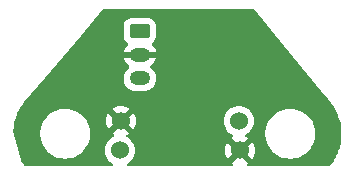
<source format=gbr>
%TF.GenerationSoftware,KiCad,Pcbnew,(6.0.11)*%
%TF.CreationDate,2023-01-29T21:23:29-06:00*%
%TF.ProjectId,Tap_Photosensor_PCB,5461705f-5068-46f7-946f-73656e736f72,rev?*%
%TF.SameCoordinates,Original*%
%TF.FileFunction,Copper,L2,Bot*%
%TF.FilePolarity,Positive*%
%FSLAX46Y46*%
G04 Gerber Fmt 4.6, Leading zero omitted, Abs format (unit mm)*
G04 Created by KiCad (PCBNEW (6.0.11)) date 2023-01-29 21:23:29*
%MOMM*%
%LPD*%
G01*
G04 APERTURE LIST*
G04 Aperture macros list*
%AMRoundRect*
0 Rectangle with rounded corners*
0 $1 Rounding radius*
0 $2 $3 $4 $5 $6 $7 $8 $9 X,Y pos of 4 corners*
0 Add a 4 corners polygon primitive as box body*
4,1,4,$2,$3,$4,$5,$6,$7,$8,$9,$2,$3,0*
0 Add four circle primitives for the rounded corners*
1,1,$1+$1,$2,$3*
1,1,$1+$1,$4,$5*
1,1,$1+$1,$6,$7*
1,1,$1+$1,$8,$9*
0 Add four rect primitives between the rounded corners*
20,1,$1+$1,$2,$3,$4,$5,0*
20,1,$1+$1,$4,$5,$6,$7,0*
20,1,$1+$1,$6,$7,$8,$9,0*
20,1,$1+$1,$8,$9,$2,$3,0*%
G04 Aperture macros list end*
%TA.AperFunction,ComponentPad*%
%ADD10RoundRect,0.250000X-0.625000X0.350000X-0.625000X-0.350000X0.625000X-0.350000X0.625000X0.350000X0*%
%TD*%
%TA.AperFunction,ComponentPad*%
%ADD11O,1.750000X1.200000*%
%TD*%
%TA.AperFunction,ComponentPad*%
%ADD12C,1.524000*%
%TD*%
%TA.AperFunction,ViaPad*%
%ADD13C,0.800000*%
%TD*%
G04 APERTURE END LIST*
D10*
%TO.P,J1,1,Pin_1*%
%TO.N,Vin*%
X109200000Y-56800000D03*
D11*
%TO.P,J1,2,Pin_2*%
%TO.N,GND*%
X109200000Y-58800000D03*
%TO.P,J1,3,Pin_3*%
%TO.N,SIG*%
X109200000Y-60800000D03*
%TD*%
D12*
%TO.P,U3,1,Anode*%
%TO.N,/current limit u3 led*%
X117580000Y-64420000D03*
%TO.P,U3,2,Cathode*%
%TO.N,GND*%
X117660000Y-66920000D03*
%TO.P,U3,3,Collector*%
%TO.N,SIG*%
X107500000Y-66920000D03*
%TO.P,U3,4,Emitter*%
%TO.N,GND*%
X107580000Y-64420000D03*
%TD*%
D13*
%TO.N,GND*%
X105000000Y-57200000D03*
X111750000Y-64000000D03*
X115500000Y-64500000D03*
X115500000Y-66000000D03*
X106000000Y-61000000D03*
X119500000Y-62500000D03*
X111750000Y-61750000D03*
X105000000Y-61800000D03*
X111750000Y-66750000D03*
X107000000Y-61000000D03*
X106200000Y-62200000D03*
X115250000Y-59750000D03*
X124250000Y-62500000D03*
X105400000Y-60200000D03*
%TD*%
%TA.AperFunction,Conductor*%
%TO.N,GND*%
G36*
X118843119Y-54953502D02*
G01*
X118872378Y-54979543D01*
X121408740Y-58068575D01*
X124561596Y-61908434D01*
X125087879Y-62549394D01*
X125094921Y-62558839D01*
X125119300Y-62594943D01*
X125134680Y-62607698D01*
X125150479Y-62623351D01*
X125344314Y-62852732D01*
X125381160Y-62896335D01*
X125388335Y-62905679D01*
X125432557Y-62969214D01*
X125609585Y-63223555D01*
X125615856Y-63233529D01*
X125736484Y-63446917D01*
X125799823Y-63558962D01*
X125806445Y-63570677D01*
X125811757Y-63581192D01*
X125943091Y-63874527D01*
X125970028Y-63934690D01*
X125974334Y-63945657D01*
X126093841Y-64297521D01*
X126098882Y-64312364D01*
X126102146Y-64323686D01*
X126191898Y-64700438D01*
X126194090Y-64712014D01*
X126248259Y-65095512D01*
X126249359Y-65107244D01*
X126267467Y-65494109D01*
X126267467Y-65505891D01*
X126249359Y-65892756D01*
X126248259Y-65904488D01*
X126194090Y-66287986D01*
X126191898Y-66299562D01*
X126102146Y-66676314D01*
X126098883Y-66687631D01*
X126058744Y-66805813D01*
X125974334Y-67054342D01*
X125970029Y-67065308D01*
X125934392Y-67144904D01*
X125811758Y-67418806D01*
X125806446Y-67429322D01*
X125780686Y-67474890D01*
X125615856Y-67766471D01*
X125609585Y-67776445D01*
X125523493Y-67900136D01*
X125445433Y-68012287D01*
X125388336Y-68094319D01*
X125381159Y-68103665D01*
X125302434Y-68196826D01*
X125243188Y-68235947D01*
X125206195Y-68241500D01*
X118386500Y-68241500D01*
X118318379Y-68221498D01*
X118271886Y-68167842D01*
X118261782Y-68097568D01*
X118291276Y-68032988D01*
X118314230Y-68012287D01*
X118345764Y-67990207D01*
X118354139Y-67979729D01*
X118347071Y-67966281D01*
X117672812Y-67292022D01*
X117658868Y-67284408D01*
X117657035Y-67284539D01*
X117650420Y-67288790D01*
X116972207Y-67967003D01*
X116965777Y-67978777D01*
X116975074Y-67990793D01*
X117005770Y-68012287D01*
X117050099Y-68067744D01*
X117057408Y-68138363D01*
X117025378Y-68201724D01*
X116964176Y-68237709D01*
X116933500Y-68241500D01*
X108227373Y-68241500D01*
X108159252Y-68221498D01*
X108112759Y-68167842D01*
X108102655Y-68097568D01*
X108132149Y-68032988D01*
X108155102Y-68012287D01*
X108315270Y-67900136D01*
X108315273Y-67900134D01*
X108319781Y-67896977D01*
X108476977Y-67739781D01*
X108484003Y-67729748D01*
X108601331Y-67562185D01*
X108601332Y-67562183D01*
X108604488Y-67557676D01*
X108606811Y-67552694D01*
X108606814Y-67552689D01*
X108696117Y-67361178D01*
X108696118Y-67361177D01*
X108698440Y-67356196D01*
X108755978Y-67141463D01*
X108774874Y-66925475D01*
X116385628Y-66925475D01*
X116404038Y-67135896D01*
X116405941Y-67146691D01*
X116460609Y-67350715D01*
X116464355Y-67361007D01*
X116553623Y-67552441D01*
X116559103Y-67561932D01*
X116589794Y-67605765D01*
X116600271Y-67614140D01*
X116613718Y-67607072D01*
X117287978Y-66932812D01*
X117294356Y-66921132D01*
X118024408Y-66921132D01*
X118024539Y-66922965D01*
X118028790Y-66929580D01*
X118707003Y-67607793D01*
X118718777Y-67614223D01*
X118730793Y-67604926D01*
X118760897Y-67561932D01*
X118766377Y-67552441D01*
X118855645Y-67361007D01*
X118859391Y-67350715D01*
X118914059Y-67146691D01*
X118915962Y-67135896D01*
X118934372Y-66925475D01*
X118934372Y-66914525D01*
X118915962Y-66704104D01*
X118914059Y-66693309D01*
X118859391Y-66489285D01*
X118855645Y-66478993D01*
X118766377Y-66287559D01*
X118760897Y-66278068D01*
X118730206Y-66234235D01*
X118719729Y-66225860D01*
X118706282Y-66232928D01*
X118032022Y-66907188D01*
X118024408Y-66921132D01*
X117294356Y-66921132D01*
X117295592Y-66918868D01*
X117295461Y-66917035D01*
X117291210Y-66910420D01*
X116612997Y-66232207D01*
X116601223Y-66225777D01*
X116589207Y-66235074D01*
X116559103Y-66278068D01*
X116553623Y-66287559D01*
X116464355Y-66478993D01*
X116460609Y-66489285D01*
X116405941Y-66693309D01*
X116404038Y-66704104D01*
X116385628Y-66914525D01*
X116385628Y-66925475D01*
X108774874Y-66925475D01*
X108775353Y-66920000D01*
X108755978Y-66698537D01*
X108698440Y-66483804D01*
X108685253Y-66455524D01*
X108606814Y-66287311D01*
X108606811Y-66287306D01*
X108604488Y-66282324D01*
X108601331Y-66277815D01*
X108480136Y-66104730D01*
X108480134Y-66104727D01*
X108476977Y-66100219D01*
X108319781Y-65943023D01*
X108315273Y-65939866D01*
X108315270Y-65939864D01*
X108239505Y-65886813D01*
X108137677Y-65815512D01*
X108123338Y-65808826D01*
X108109924Y-65802570D01*
X108056640Y-65755652D01*
X108037180Y-65687375D01*
X108057723Y-65619415D01*
X108109926Y-65574181D01*
X108212445Y-65526376D01*
X108221931Y-65520898D01*
X108265764Y-65490207D01*
X108274139Y-65479729D01*
X108267071Y-65466281D01*
X107592812Y-64792022D01*
X107578868Y-64784408D01*
X107577035Y-64784539D01*
X107570420Y-64788790D01*
X106892207Y-65467003D01*
X106885777Y-65478777D01*
X106895074Y-65490793D01*
X106938069Y-65520898D01*
X106947555Y-65526376D01*
X106970075Y-65536877D01*
X107023360Y-65583795D01*
X107042821Y-65652072D01*
X107022279Y-65720032D01*
X106970076Y-65765266D01*
X106968891Y-65765819D01*
X106867311Y-65813186D01*
X106867306Y-65813189D01*
X106862324Y-65815512D01*
X106857817Y-65818668D01*
X106857815Y-65818669D01*
X106684730Y-65939864D01*
X106684727Y-65939866D01*
X106680219Y-65943023D01*
X106523023Y-66100219D01*
X106519866Y-66104727D01*
X106519864Y-66104730D01*
X106398669Y-66277815D01*
X106395512Y-66282324D01*
X106393189Y-66287306D01*
X106393186Y-66287311D01*
X106314747Y-66455524D01*
X106301560Y-66483804D01*
X106244022Y-66698537D01*
X106224647Y-66920000D01*
X106244022Y-67141463D01*
X106301560Y-67356196D01*
X106303882Y-67361177D01*
X106303883Y-67361178D01*
X106393186Y-67552689D01*
X106393189Y-67552694D01*
X106395512Y-67557676D01*
X106398668Y-67562183D01*
X106398669Y-67562185D01*
X106515998Y-67729748D01*
X106523023Y-67739781D01*
X106680219Y-67896977D01*
X106684727Y-67900134D01*
X106684730Y-67900136D01*
X106844898Y-68012287D01*
X106889226Y-68067744D01*
X106896535Y-68138364D01*
X106864504Y-68201724D01*
X106803303Y-68237709D01*
X106772627Y-68241500D01*
X99540622Y-68241500D01*
X99472501Y-68221498D01*
X99445071Y-68197634D01*
X99394123Y-68138364D01*
X99375896Y-68117159D01*
X99368953Y-68108311D01*
X99365632Y-68103665D01*
X99261506Y-67958024D01*
X99154058Y-67807737D01*
X99147928Y-67798299D01*
X99126315Y-67761525D01*
X99113092Y-67729748D01*
X98715745Y-66219830D01*
X98561238Y-65632703D01*
X100760743Y-65632703D01*
X100798268Y-65917734D01*
X100874129Y-66195036D01*
X100986923Y-66459476D01*
X101134561Y-66706161D01*
X101314313Y-66930528D01*
X101522851Y-67128423D01*
X101545787Y-67144904D01*
X101740109Y-67284539D01*
X101756317Y-67296186D01*
X101760112Y-67298195D01*
X101760113Y-67298196D01*
X101781869Y-67309715D01*
X102010392Y-67430712D01*
X102280373Y-67529511D01*
X102561264Y-67590755D01*
X102589841Y-67593004D01*
X102784282Y-67608307D01*
X102784291Y-67608307D01*
X102786739Y-67608500D01*
X102942271Y-67608500D01*
X102944407Y-67608354D01*
X102944418Y-67608354D01*
X103152548Y-67594165D01*
X103152554Y-67594164D01*
X103156825Y-67593873D01*
X103161020Y-67593004D01*
X103161022Y-67593004D01*
X103297583Y-67564724D01*
X103438342Y-67535574D01*
X103709343Y-67439607D01*
X103964812Y-67307750D01*
X103968313Y-67305289D01*
X103968317Y-67305287D01*
X104096961Y-67214874D01*
X104200023Y-67142441D01*
X104410622Y-66946740D01*
X104592713Y-66724268D01*
X104742927Y-66479142D01*
X104775140Y-66405760D01*
X104856757Y-66219830D01*
X104858483Y-66215898D01*
X104937244Y-65939406D01*
X104971977Y-65695353D01*
X104977146Y-65659036D01*
X104977146Y-65659034D01*
X104977751Y-65654784D01*
X104977805Y-65644647D01*
X104979235Y-65371583D01*
X104979235Y-65371576D01*
X104979257Y-65367297D01*
X104941732Y-65082266D01*
X104936239Y-65062185D01*
X104881249Y-64861178D01*
X104865871Y-64804964D01*
X104798398Y-64646776D01*
X104754763Y-64544476D01*
X104754761Y-64544472D01*
X104753077Y-64540524D01*
X104684222Y-64425475D01*
X106305628Y-64425475D01*
X106324038Y-64635896D01*
X106325941Y-64646691D01*
X106380609Y-64850715D01*
X106384355Y-64861007D01*
X106473623Y-65052441D01*
X106479103Y-65061932D01*
X106509794Y-65105765D01*
X106520271Y-65114140D01*
X106533718Y-65107072D01*
X107207978Y-64432812D01*
X107214356Y-64421132D01*
X107944408Y-64421132D01*
X107944539Y-64422965D01*
X107948790Y-64429580D01*
X108627003Y-65107793D01*
X108638777Y-65114223D01*
X108650793Y-65104926D01*
X108680897Y-65061932D01*
X108686377Y-65052441D01*
X108775645Y-64861007D01*
X108779391Y-64850715D01*
X108834059Y-64646691D01*
X108835962Y-64635896D01*
X108854372Y-64425475D01*
X108854372Y-64420000D01*
X116304647Y-64420000D01*
X116324022Y-64641463D01*
X116381560Y-64856196D01*
X116383882Y-64861177D01*
X116383883Y-64861178D01*
X116473186Y-65052689D01*
X116473189Y-65052694D01*
X116475512Y-65057676D01*
X116478668Y-65062183D01*
X116478669Y-65062185D01*
X116515107Y-65114223D01*
X116603023Y-65239781D01*
X116760219Y-65396977D01*
X116764727Y-65400134D01*
X116764730Y-65400136D01*
X116840495Y-65453187D01*
X116942323Y-65524488D01*
X116947308Y-65526813D01*
X116947314Y-65526816D01*
X117050074Y-65574733D01*
X117103360Y-65621650D01*
X117122821Y-65689927D01*
X117102279Y-65757887D01*
X117050077Y-65803122D01*
X117027560Y-65813622D01*
X117018068Y-65819103D01*
X116974235Y-65849794D01*
X116965860Y-65860271D01*
X116972928Y-65873718D01*
X117647188Y-66547978D01*
X117661132Y-66555592D01*
X117662965Y-66555461D01*
X117669580Y-66551210D01*
X118347793Y-65872997D01*
X118354223Y-65861223D01*
X118344926Y-65849207D01*
X118301931Y-65819102D01*
X118292445Y-65813624D01*
X118189926Y-65765819D01*
X118136641Y-65718902D01*
X118117180Y-65650624D01*
X118122597Y-65632703D01*
X119820743Y-65632703D01*
X119858268Y-65917734D01*
X119934129Y-66195036D01*
X120046923Y-66459476D01*
X120194561Y-66706161D01*
X120374313Y-66930528D01*
X120582851Y-67128423D01*
X120605787Y-67144904D01*
X120800109Y-67284539D01*
X120816317Y-67296186D01*
X120820112Y-67298195D01*
X120820113Y-67298196D01*
X120841869Y-67309715D01*
X121070392Y-67430712D01*
X121340373Y-67529511D01*
X121621264Y-67590755D01*
X121649841Y-67593004D01*
X121844282Y-67608307D01*
X121844291Y-67608307D01*
X121846739Y-67608500D01*
X122002271Y-67608500D01*
X122004407Y-67608354D01*
X122004418Y-67608354D01*
X122212548Y-67594165D01*
X122212554Y-67594164D01*
X122216825Y-67593873D01*
X122221020Y-67593004D01*
X122221022Y-67593004D01*
X122357583Y-67564724D01*
X122498342Y-67535574D01*
X122769343Y-67439607D01*
X123024812Y-67307750D01*
X123028313Y-67305289D01*
X123028317Y-67305287D01*
X123156961Y-67214874D01*
X123260023Y-67142441D01*
X123470622Y-66946740D01*
X123652713Y-66724268D01*
X123802927Y-66479142D01*
X123835140Y-66405760D01*
X123916757Y-66219830D01*
X123918483Y-66215898D01*
X123997244Y-65939406D01*
X124031977Y-65695353D01*
X124037146Y-65659036D01*
X124037146Y-65659034D01*
X124037751Y-65654784D01*
X124037805Y-65644647D01*
X124039235Y-65371583D01*
X124039235Y-65371576D01*
X124039257Y-65367297D01*
X124001732Y-65082266D01*
X123996239Y-65062185D01*
X123941249Y-64861178D01*
X123925871Y-64804964D01*
X123858398Y-64646776D01*
X123814763Y-64544476D01*
X123814761Y-64544472D01*
X123813077Y-64540524D01*
X123665439Y-64293839D01*
X123485687Y-64069472D01*
X123277149Y-63871577D01*
X123043683Y-63703814D01*
X123021843Y-63692250D01*
X122998654Y-63679972D01*
X122789608Y-63569288D01*
X122519627Y-63470489D01*
X122238736Y-63409245D01*
X122207685Y-63406801D01*
X122015718Y-63391693D01*
X122015709Y-63391693D01*
X122013261Y-63391500D01*
X121857729Y-63391500D01*
X121855593Y-63391646D01*
X121855582Y-63391646D01*
X121647452Y-63405835D01*
X121647446Y-63405836D01*
X121643175Y-63406127D01*
X121638980Y-63406996D01*
X121638978Y-63406996D01*
X121502416Y-63435277D01*
X121361658Y-63464426D01*
X121090657Y-63560393D01*
X120835188Y-63692250D01*
X120831687Y-63694711D01*
X120831683Y-63694713D01*
X120720314Y-63772985D01*
X120599977Y-63857559D01*
X120389378Y-64053260D01*
X120207287Y-64275732D01*
X120057073Y-64520858D01*
X119941517Y-64784102D01*
X119940342Y-64788229D01*
X119940341Y-64788230D01*
X119910920Y-64891513D01*
X119862756Y-65060594D01*
X119822249Y-65345216D01*
X119822227Y-65349505D01*
X119822226Y-65349512D01*
X119820765Y-65628417D01*
X119820743Y-65632703D01*
X118122597Y-65632703D01*
X118137722Y-65582665D01*
X118189924Y-65537430D01*
X118203338Y-65531174D01*
X118217677Y-65524488D01*
X118319505Y-65453187D01*
X118395270Y-65400136D01*
X118395273Y-65400134D01*
X118399781Y-65396977D01*
X118556977Y-65239781D01*
X118644894Y-65114223D01*
X118681331Y-65062185D01*
X118681332Y-65062183D01*
X118684488Y-65057676D01*
X118686811Y-65052694D01*
X118686814Y-65052689D01*
X118776117Y-64861178D01*
X118776118Y-64861177D01*
X118778440Y-64856196D01*
X118835978Y-64641463D01*
X118855353Y-64420000D01*
X118835978Y-64198537D01*
X118778440Y-63983804D01*
X118726108Y-63871577D01*
X118686814Y-63787311D01*
X118686811Y-63787306D01*
X118684488Y-63782324D01*
X118677949Y-63772985D01*
X118560136Y-63604730D01*
X118560134Y-63604727D01*
X118556977Y-63600219D01*
X118399781Y-63443023D01*
X118395273Y-63439866D01*
X118395270Y-63439864D01*
X118319505Y-63386813D01*
X118217677Y-63315512D01*
X118212695Y-63313189D01*
X118212690Y-63313186D01*
X118021178Y-63223883D01*
X118021177Y-63223882D01*
X118016196Y-63221560D01*
X118010888Y-63220138D01*
X118010886Y-63220137D01*
X117945051Y-63202497D01*
X117801463Y-63164022D01*
X117580000Y-63144647D01*
X117358537Y-63164022D01*
X117214949Y-63202497D01*
X117149114Y-63220137D01*
X117149112Y-63220138D01*
X117143804Y-63221560D01*
X117138823Y-63223882D01*
X117138822Y-63223883D01*
X116947311Y-63313186D01*
X116947306Y-63313189D01*
X116942324Y-63315512D01*
X116937817Y-63318668D01*
X116937815Y-63318669D01*
X116764730Y-63439864D01*
X116764727Y-63439866D01*
X116760219Y-63443023D01*
X116603023Y-63600219D01*
X116599866Y-63604727D01*
X116599864Y-63604730D01*
X116482051Y-63772985D01*
X116475512Y-63782324D01*
X116473189Y-63787306D01*
X116473186Y-63787311D01*
X116433892Y-63871577D01*
X116381560Y-63983804D01*
X116324022Y-64198537D01*
X116304647Y-64420000D01*
X108854372Y-64420000D01*
X108854372Y-64414525D01*
X108835962Y-64204104D01*
X108834059Y-64193309D01*
X108779391Y-63989285D01*
X108775645Y-63978993D01*
X108686377Y-63787559D01*
X108680897Y-63778068D01*
X108650206Y-63734235D01*
X108639729Y-63725860D01*
X108626282Y-63732928D01*
X107952022Y-64407188D01*
X107944408Y-64421132D01*
X107214356Y-64421132D01*
X107215592Y-64418868D01*
X107215461Y-64417035D01*
X107211210Y-64410420D01*
X106532997Y-63732207D01*
X106521223Y-63725777D01*
X106509207Y-63735074D01*
X106479103Y-63778068D01*
X106473623Y-63787559D01*
X106384355Y-63978993D01*
X106380609Y-63989285D01*
X106325941Y-64193309D01*
X106324038Y-64204104D01*
X106305628Y-64414525D01*
X106305628Y-64425475D01*
X104684222Y-64425475D01*
X104605439Y-64293839D01*
X104425687Y-64069472D01*
X104217149Y-63871577D01*
X103983683Y-63703814D01*
X103961843Y-63692250D01*
X103938654Y-63679972D01*
X103729608Y-63569288D01*
X103459627Y-63470489D01*
X103178736Y-63409245D01*
X103147685Y-63406801D01*
X102955718Y-63391693D01*
X102955709Y-63391693D01*
X102953261Y-63391500D01*
X102797729Y-63391500D01*
X102795593Y-63391646D01*
X102795582Y-63391646D01*
X102587452Y-63405835D01*
X102587446Y-63405836D01*
X102583175Y-63406127D01*
X102578980Y-63406996D01*
X102578978Y-63406996D01*
X102442416Y-63435277D01*
X102301658Y-63464426D01*
X102030657Y-63560393D01*
X101775188Y-63692250D01*
X101771687Y-63694711D01*
X101771683Y-63694713D01*
X101660314Y-63772985D01*
X101539977Y-63857559D01*
X101329378Y-64053260D01*
X101147287Y-64275732D01*
X100997073Y-64520858D01*
X100881517Y-64784102D01*
X100880342Y-64788229D01*
X100880341Y-64788230D01*
X100850920Y-64891513D01*
X100802756Y-65060594D01*
X100762249Y-65345216D01*
X100762227Y-65349505D01*
X100762226Y-65349512D01*
X100760765Y-65628417D01*
X100760743Y-65632703D01*
X98561238Y-65632703D01*
X98473172Y-65298053D01*
X98469580Y-65254160D01*
X98503250Y-64897131D01*
X98504805Y-64885986D01*
X98539216Y-64700438D01*
X98572185Y-64522665D01*
X98574724Y-64511721D01*
X98674253Y-64155856D01*
X98677757Y-64145189D01*
X98808636Y-63799627D01*
X98813086Y-63789298D01*
X98814050Y-63787311D01*
X98974267Y-63456810D01*
X98979621Y-63446917D01*
X99003591Y-63406996D01*
X99031646Y-63360271D01*
X106885860Y-63360271D01*
X106892928Y-63373718D01*
X107567188Y-64047978D01*
X107581132Y-64055592D01*
X107582965Y-64055461D01*
X107589580Y-64051210D01*
X108267793Y-63372997D01*
X108274223Y-63361223D01*
X108264926Y-63349207D01*
X108221931Y-63319102D01*
X108212445Y-63313624D01*
X108021007Y-63224355D01*
X108010715Y-63220609D01*
X107806691Y-63165941D01*
X107795896Y-63164038D01*
X107585475Y-63145628D01*
X107574525Y-63145628D01*
X107364104Y-63164038D01*
X107353309Y-63165941D01*
X107149285Y-63220609D01*
X107138993Y-63224355D01*
X106947559Y-63313623D01*
X106938068Y-63319103D01*
X106894235Y-63349794D01*
X106885860Y-63360271D01*
X99031646Y-63360271D01*
X99169834Y-63130120D01*
X99176040Y-63120759D01*
X99371494Y-62852728D01*
X99388194Y-62834055D01*
X99390585Y-62831865D01*
X99390586Y-62831864D01*
X99397205Y-62825801D01*
X99408622Y-62806956D01*
X99420447Y-62790568D01*
X101161516Y-60745604D01*
X107812787Y-60745604D01*
X107822567Y-60956899D01*
X107872125Y-61162534D01*
X107874607Y-61167992D01*
X107874608Y-61167996D01*
X107918053Y-61263546D01*
X107959674Y-61355087D01*
X108082054Y-61527611D01*
X108234850Y-61673881D01*
X108412548Y-61788620D01*
X108418114Y-61790863D01*
X108603168Y-61865442D01*
X108603171Y-61865443D01*
X108608737Y-61867686D01*
X108816337Y-61908228D01*
X108821899Y-61908500D01*
X109527846Y-61908500D01*
X109685566Y-61893452D01*
X109888534Y-61833908D01*
X109972111Y-61790863D01*
X110071249Y-61739804D01*
X110071252Y-61739802D01*
X110076580Y-61737058D01*
X110242920Y-61606396D01*
X110246852Y-61601865D01*
X110246855Y-61601862D01*
X110377621Y-61451167D01*
X110381552Y-61446637D01*
X110384552Y-61441451D01*
X110384555Y-61441447D01*
X110484467Y-61268742D01*
X110487473Y-61263546D01*
X110556861Y-61063729D01*
X110587213Y-60854396D01*
X110577433Y-60643101D01*
X110527875Y-60437466D01*
X110484525Y-60342122D01*
X110442806Y-60250368D01*
X110440326Y-60244913D01*
X110317946Y-60072389D01*
X110165150Y-59926119D01*
X110160119Y-59922870D01*
X110160112Y-59922865D01*
X110132393Y-59904967D01*
X110086016Y-59851211D01*
X110076063Y-59780915D01*
X110105696Y-59716398D01*
X110122909Y-59700030D01*
X110237857Y-59609738D01*
X110246506Y-59601501D01*
X110377212Y-59450877D01*
X110384147Y-59441153D01*
X110484010Y-59268533D01*
X110488984Y-59257669D01*
X110554407Y-59069273D01*
X110554648Y-59068284D01*
X110553180Y-59057992D01*
X110539615Y-59054000D01*
X107864598Y-59054000D01*
X107851067Y-59057973D01*
X107849712Y-59067399D01*
X107871194Y-59156537D01*
X107875083Y-59167832D01*
X107957629Y-59349382D01*
X107963576Y-59359724D01*
X108078968Y-59522397D01*
X108086761Y-59531425D01*
X108230831Y-59669342D01*
X108240200Y-59676741D01*
X108267577Y-59694418D01*
X108313955Y-59748172D01*
X108323909Y-59818468D01*
X108294278Y-59882985D01*
X108277063Y-59899356D01*
X108157080Y-59993604D01*
X108153148Y-59998135D01*
X108153145Y-59998138D01*
X108084474Y-60077275D01*
X108018448Y-60153363D01*
X108015448Y-60158549D01*
X108015445Y-60158553D01*
X107968312Y-60240026D01*
X107912527Y-60336454D01*
X107843139Y-60536271D01*
X107812787Y-60745604D01*
X101161516Y-60745604D01*
X104179879Y-57200400D01*
X107816500Y-57200400D01*
X107827474Y-57306166D01*
X107883450Y-57473946D01*
X107976522Y-57624348D01*
X108101697Y-57749305D01*
X108107929Y-57753147D01*
X108107931Y-57753148D01*
X108153690Y-57781355D01*
X108201183Y-57834127D01*
X108212605Y-57904199D01*
X108184331Y-57969323D01*
X108165403Y-57987702D01*
X108162144Y-57990262D01*
X108153494Y-57998499D01*
X108022788Y-58149123D01*
X108015853Y-58158847D01*
X107915990Y-58331467D01*
X107911016Y-58342331D01*
X107845593Y-58530727D01*
X107845352Y-58531716D01*
X107846820Y-58542008D01*
X107860385Y-58546000D01*
X110535402Y-58546000D01*
X110548933Y-58542027D01*
X110550288Y-58532601D01*
X110528806Y-58443463D01*
X110524917Y-58432168D01*
X110442371Y-58250618D01*
X110436424Y-58240276D01*
X110321032Y-58077603D01*
X110313239Y-58068575D01*
X110222243Y-57981465D01*
X110186867Y-57919910D01*
X110190386Y-57849000D01*
X110231683Y-57791250D01*
X110243053Y-57783315D01*
X110299348Y-57748478D01*
X110424305Y-57623303D01*
X110517115Y-57472738D01*
X110572797Y-57304861D01*
X110583500Y-57200400D01*
X110583500Y-56399600D01*
X110572526Y-56293834D01*
X110516550Y-56126054D01*
X110423478Y-55975652D01*
X110298303Y-55850695D01*
X110292072Y-55846854D01*
X110153968Y-55761725D01*
X110153966Y-55761724D01*
X110147738Y-55757885D01*
X109987254Y-55704655D01*
X109986389Y-55704368D01*
X109986387Y-55704368D01*
X109979861Y-55702203D01*
X109973025Y-55701503D01*
X109973022Y-55701502D01*
X109929969Y-55697091D01*
X109875400Y-55691500D01*
X108524600Y-55691500D01*
X108521354Y-55691837D01*
X108521350Y-55691837D01*
X108425692Y-55701762D01*
X108425688Y-55701763D01*
X108418834Y-55702474D01*
X108412298Y-55704655D01*
X108412296Y-55704655D01*
X108280194Y-55748728D01*
X108251054Y-55758450D01*
X108100652Y-55851522D01*
X107975695Y-55976697D01*
X107882885Y-56127262D01*
X107827203Y-56295139D01*
X107816500Y-56399600D01*
X107816500Y-57200400D01*
X104179879Y-57200400D01*
X104951723Y-56293834D01*
X106072169Y-54977819D01*
X106131559Y-54938917D01*
X106168107Y-54933500D01*
X118774998Y-54933500D01*
X118843119Y-54953502D01*
G37*
%TD.AperFunction*%
%TD*%
M02*

</source>
